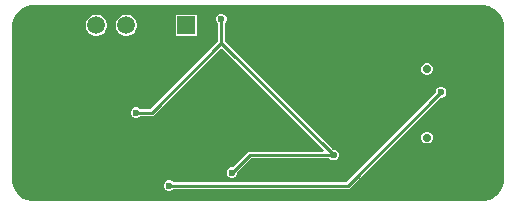
<source format=gbl>
G04*
G04 #@! TF.GenerationSoftware,Altium Limited,Altium Designer,21.8.1 (53)*
G04*
G04 Layer_Physical_Order=2*
G04 Layer_Color=16711680*
%FSLAX44Y44*%
%MOMM*%
G71*
G04*
G04 #@! TF.SameCoordinates,1E85E8FB-5C63-406C-B3B3-A4210A6241D9*
G04*
G04*
G04 #@! TF.FilePolarity,Positive*
G04*
G01*
G75*
%ADD15C,0.2540*%
%ADD42C,1.5000*%
%ADD43R,1.5000X1.5000*%
%ADD44O,1.5000X1.2000*%
%ADD45O,2.0000X1.2000*%
%ADD46C,0.7000*%
%ADD47C,0.6000*%
G36*
X190000Y82961D02*
X191769D01*
X195239Y82271D01*
X198508Y80917D01*
X201449Y78951D01*
X203951Y76449D01*
X205917Y73508D01*
X207271Y70239D01*
X207961Y66769D01*
X207961Y65000D01*
X207961Y-65000D01*
Y-66769D01*
X207271Y-70239D01*
X205917Y-73508D01*
X203951Y-76449D01*
X201449Y-78951D01*
X198508Y-80917D01*
X195239Y-82271D01*
X191769Y-82961D01*
X190000Y-82961D01*
X-191769D01*
X-195239Y-82271D01*
X-198508Y-80917D01*
X-201449Y-78951D01*
X-203951Y-76449D01*
X-205917Y-73508D01*
X-207271Y-70239D01*
X-207961Y-66769D01*
X-207961Y-65000D01*
X-207961Y65000D01*
Y66769D01*
X-207271Y70239D01*
X-205917Y73508D01*
X-203951Y76449D01*
X-201449Y78951D01*
X-198508Y80917D01*
X-195239Y82271D01*
X-191769Y82961D01*
X-190000Y82961D01*
X190000Y82961D01*
D02*
G37*
%LPC*%
G36*
X-51580Y75020D02*
X-69620D01*
Y56980D01*
X-51580D01*
Y75020D01*
D02*
G37*
G36*
X-110212D02*
X-112587D01*
X-114882Y74405D01*
X-116938Y73218D01*
X-118618Y71538D01*
X-119805Y69482D01*
X-120420Y67188D01*
Y64812D01*
X-119805Y62518D01*
X-118618Y60462D01*
X-116938Y58782D01*
X-114882Y57595D01*
X-112587Y56980D01*
X-110212D01*
X-107918Y57595D01*
X-105862Y58782D01*
X-104182Y60462D01*
X-102995Y62518D01*
X-102380Y64812D01*
Y67188D01*
X-102995Y69482D01*
X-104182Y71538D01*
X-105862Y73218D01*
X-107918Y74405D01*
X-110212Y75020D01*
D02*
G37*
G36*
X-135612D02*
X-137987D01*
X-140282Y74405D01*
X-142338Y73218D01*
X-144018Y71538D01*
X-145205Y69482D01*
X-145820Y67188D01*
Y64812D01*
X-145205Y62518D01*
X-144018Y60462D01*
X-142338Y58782D01*
X-140282Y57595D01*
X-137987Y56980D01*
X-135612D01*
X-133318Y57595D01*
X-131262Y58782D01*
X-129582Y60462D01*
X-128395Y62518D01*
X-127780Y64812D01*
Y67188D01*
X-128395Y69482D01*
X-129582Y71538D01*
X-131262Y73218D01*
X-133318Y74405D01*
X-135612Y75020D01*
D02*
G37*
G36*
X144201Y33672D02*
X142204D01*
X140359Y32908D01*
X138946Y31495D01*
X138182Y29650D01*
Y27653D01*
X138946Y25808D01*
X140359Y24396D01*
X142204Y23632D01*
X144201D01*
X146046Y24396D01*
X147458Y25808D01*
X148222Y27653D01*
Y29650D01*
X147458Y31495D01*
X146046Y32908D01*
X144201Y33672D01*
D02*
G37*
G36*
Y-24128D02*
X142204D01*
X140359Y-24893D01*
X138946Y-26305D01*
X138182Y-28150D01*
Y-30147D01*
X138946Y-31992D01*
X140359Y-33404D01*
X142204Y-34169D01*
X144201D01*
X146046Y-33404D01*
X147458Y-31992D01*
X148222Y-30147D01*
Y-28150D01*
X147458Y-26305D01*
X146046Y-24893D01*
X144201Y-24128D01*
D02*
G37*
G36*
X-30101Y75520D02*
X-31899D01*
X-33560Y74832D01*
X-34832Y73560D01*
X-35520Y71899D01*
Y70101D01*
X-34832Y68440D01*
X-33845Y67452D01*
Y52178D01*
X-91178Y-5155D01*
X-99452D01*
X-100440Y-4168D01*
X-102101Y-3480D01*
X-103899D01*
X-105560Y-4168D01*
X-106832Y-5440D01*
X-107520Y-7101D01*
Y-8899D01*
X-106832Y-10560D01*
X-105560Y-11832D01*
X-103899Y-12520D01*
X-102101D01*
X-100440Y-11832D01*
X-99452Y-10845D01*
X-90000D01*
X-88911Y-10628D01*
X-87989Y-10012D01*
X-31000Y46977D01*
X55959Y-39982D01*
X55473Y-41155D01*
X-7000D01*
X-8089Y-41372D01*
X-9011Y-41989D01*
X-21503Y-54480D01*
X-22899D01*
X-24560Y-55168D01*
X-25832Y-56440D01*
X-26520Y-58101D01*
Y-59899D01*
X-25832Y-61560D01*
X-24560Y-62832D01*
X-22899Y-63520D01*
X-21101D01*
X-19440Y-62832D01*
X-18168Y-61560D01*
X-17480Y-59899D01*
Y-58503D01*
X-5822Y-46845D01*
X60452D01*
X61440Y-47832D01*
X63101Y-48520D01*
X64899D01*
X66560Y-47832D01*
X67832Y-46560D01*
X68520Y-44899D01*
Y-43101D01*
X67832Y-41440D01*
X66560Y-40168D01*
X64899Y-39480D01*
X63503D01*
X-28155Y52178D01*
Y67452D01*
X-27168Y68440D01*
X-26480Y70101D01*
Y71899D01*
X-27168Y73560D01*
X-28440Y74832D01*
X-30101Y75520D01*
D02*
G37*
G36*
X155899Y13520D02*
X154101D01*
X152440Y12832D01*
X151168Y11560D01*
X150480Y9899D01*
Y8503D01*
X74822Y-67155D01*
X-70000Y-67155D01*
X-71452D01*
X-72440Y-66168D01*
X-74101Y-65480D01*
X-75899D01*
X-77560Y-66168D01*
X-78832Y-67440D01*
X-79520Y-69101D01*
Y-70899D01*
X-78832Y-72560D01*
X-77560Y-73832D01*
X-75899Y-74520D01*
X-74101D01*
X-72440Y-73832D01*
X-71452Y-72845D01*
X-70000D01*
X76000Y-72845D01*
X77089Y-72628D01*
X78011Y-72011D01*
X154503Y4480D01*
X155899D01*
X157560Y5168D01*
X158832Y6440D01*
X159520Y8101D01*
Y9899D01*
X158832Y11560D01*
X157560Y12832D01*
X155899Y13520D01*
D02*
G37*
%LPD*%
D15*
X-22000Y-59000D02*
X-7000Y-44000D01*
X64000D01*
X-75000Y-70000D02*
X-75000Y-70000D01*
X-70000D01*
X76000Y-70000D01*
X155000Y9000D01*
X-90000Y-8000D02*
X-31000Y51000D01*
X-103000Y-8000D02*
X-90000D01*
X-31000Y51000D02*
Y71000D01*
Y51000D02*
X64000Y-44000D01*
D42*
X-136800Y66000D02*
D03*
X-111400D02*
D03*
X-86000D02*
D03*
D43*
X-60600D02*
D03*
D44*
X180000Y43000D02*
D03*
Y-43500D02*
D03*
D45*
X138000Y43000D02*
D03*
X138000Y-43500D02*
D03*
D46*
X143202Y28652D02*
D03*
Y-29148D02*
D03*
D47*
X155000Y9000D02*
D03*
X-103000Y-8000D02*
D03*
X64000Y-44000D02*
D03*
X-31000Y71000D02*
D03*
X-19000Y54000D02*
D03*
X10000Y77000D02*
D03*
X100000Y61000D02*
D03*
Y48000D02*
D03*
X111000D02*
D03*
X132000Y76000D02*
D03*
Y64000D02*
D03*
X-120000Y-68000D02*
D03*
X-43000Y-14000D02*
D03*
X-69000Y1000D02*
D03*
X-99000Y-42000D02*
D03*
X-93000Y-28000D02*
D03*
Y-17000D02*
D03*
X-193000Y-51000D02*
D03*
Y-34000D02*
D03*
Y19000D02*
D03*
Y33000D02*
D03*
Y46000D02*
D03*
X101000Y-66000D02*
D03*
X9000Y-11000D02*
D03*
X-47000Y-62000D02*
D03*
X38000Y11000D02*
D03*
X-86000Y44000D02*
D03*
X-22000Y-59000D02*
D03*
X37000Y25000D02*
D03*
X20000Y-11000D02*
D03*
X-102000Y44000D02*
D03*
X88094Y-66094D02*
D03*
X22000Y25000D02*
D03*
X72000Y-64210D02*
D03*
X-147000Y-68000D02*
D03*
X-60000Y-62000D02*
D03*
X-133000Y-68000D02*
D03*
X1000Y7000D02*
D03*
X-34000Y-62000D02*
D03*
X-75000Y-70000D02*
D03*
X-71000Y44000D02*
D03*
M02*

</source>
